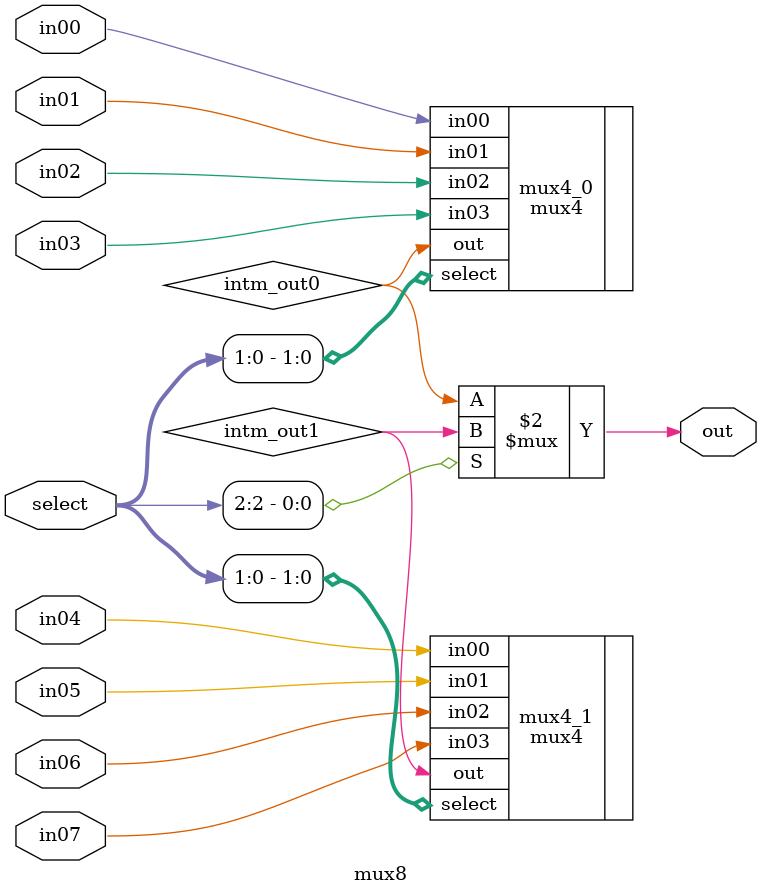
<source format=sv>
	
`timescale 1ns/1ps
`default_nettype none
/*
  Making 4 different inputs is annoying, so I use python:
  print(", ".join([f"in{i:02}" for i in range(4)]))
  The solutions will include comments for where I use python-generated HDL.
*/

module mux8(
  in00, in01, in02, in03, 
  in04, in05, in06, in07, 
  select, out
);

	//parameter definitions
	parameter N = 1;

	//port definitions
  // python: print(", ".join([f"in{i:02}" for i in range(4)]))
	input  wire [(N-1):0] in00, in01, in02, in03, in04, in05, in06, in07;
	input  wire [2:0] select;
	output logic [(N-1):0] out;

  logic [(N-1):0] in;

logic [(N-1):0] intm_out0, intm_out1;

mux4 mux4_0(
  .in00(in00), 
  .in01(in01), 
  .in02(in02), 
  .in03(in03), 
  .select(select[1:0]),
  .out(intm_out0)
);
mux4 mux4_1(
  .in00(in04), 
  .in01(in05), 
  .in02(in06), 
  .in03(in07), 
  .select(select[1:0]),
  .out(intm_out1)
);

always_comb begin
  out[(N-1):0] = select[2] ? intm_out1 : intm_out0;
end


  //generate
  //  genvar i;
  //  for(i = 0; i < N; i++) begin
  //    out[i] = select ? in[i];
  //  end
  //endgenerate

endmodule

</source>
